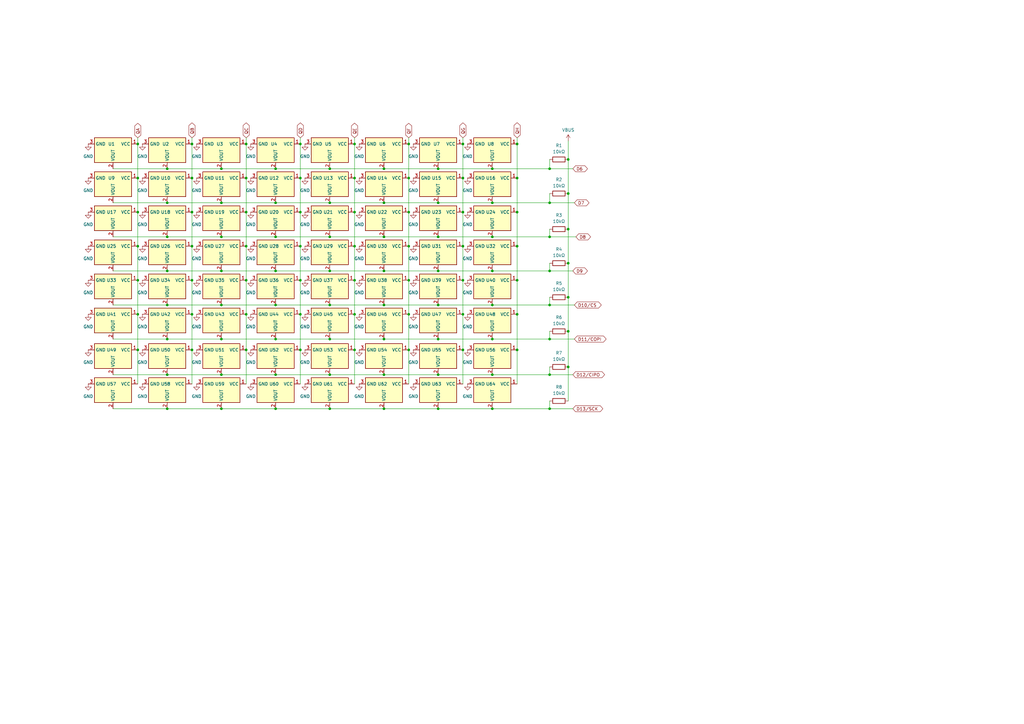
<source format=kicad_sch>
(kicad_sch (version 20250114) (generator "eeschema") (generator_version "9.0")
  (paper "A3")
  (lib_symbols
    (symbol "Device:R" (pin_numbers (hide yes)) (pin_names (offset 0))
      (property "Reference" "R" (at 2.032 0 90))
      (property "Value" "R" (at 0 0 90))
      (symbol "R_1_1"
        (pin passive line (at 0 3.81 270) (length 1.27) (name "~") (number "1"))
        (pin passive line (at 0 -3.81 90) (length 1.27) (name "~") (number "2"))
      )
    )
    (symbol "Sensor_Magnetic:A1101ELHL"
      (property "Reference" "U" (at 0 11.43 0))
      (property "Value" "A1101ELHL" (at 0 8.89 0))
      (symbol "A1101ELHL_1_1"
        (pin power_in line (at -2.54 10.16 270) (length 2.54) (name "VCC") (number "1"))
        (pin power_in line (at -2.54 -10.16 90) (length 2.54) (name "GND") (number "3"))
        (pin open_collector line (at 7.62 0 180) (length 2.54) (name "VOUT") (number "2"))
      )
    )
    (symbol "power:GND" (power) (pin_numbers (hide yes)) (pin_names (offset 0) (hide yes))
      (property "Value" "GND" (at 0 -3.81 0))
      (symbol "GND_1_1"
        (pin power_in line (at 0 0 270) (length 0) (name "~") (number "1"))
      )
    )
    (symbol "power:VBUS" (power) (pin_numbers (hide yes)) (pin_names (offset 0) (hide yes))
      (property "Value" "VBUS" (at 0 3.556 0))
      (symbol "VBUS_1_1"
        (pin power_in line (at 0 0 90) (length 0) (name "~") (number "1"))
      )
    )
  )
  (junction (at 113.03 139.065))
  (junction (at 68.58 139.065))
  (junction (at 212.09 114.935))
  (junction (at 90.805 167.64))
  (junction (at 145.415 143.51))
  (junction (at 56.515 86.995))
  (junction (at 90.805 125.095))
  (junction (at 135.255 153.67))
  (junction (at 201.93 153.67))
  (junction (at 100.965 100.965))
  (junction (at 157.48 83.185))
  (junction (at 233.045 121.92))
  (junction (at 90.805 69.215))
  (junction (at 135.255 69.215))
  (junction (at 167.64 100.965))
  (junction (at 145.415 114.935))
  (junction (at 233.045 150.495))
  (junction (at 225.425 83.185))
  (junction (at 123.19 100.965))
  (junction (at 135.255 83.185))
  (junction (at 167.64 86.995))
  (junction (at 201.93 139.065))
  (junction (at 100.965 73.025))
  (junction (at 233.045 135.89))
  (junction (at 78.74 100.965))
  (junction (at 135.255 139.065))
  (junction (at 201.93 83.185))
  (junction (at 145.415 100.965))
  (junction (at 212.09 86.995))
  (junction (at 78.74 143.51))
  (junction (at 201.93 125.095))
  (junction (at 157.48 167.64))
  (junction (at 56.515 114.935))
  (junction (at 135.255 167.64))
  (junction (at 189.865 128.905))
  (junction (at 123.19 59.055))
  (junction (at 123.19 128.905))
  (junction (at 123.19 143.51))
  (junction (at 100.965 114.935))
  (junction (at 68.58 97.155))
  (junction (at 56.515 128.905))
  (junction (at 201.93 111.125))
  (junction (at 212.09 128.905))
  (junction (at 113.03 69.215))
  (junction (at 113.03 111.125))
  (junction (at 68.58 125.095))
  (junction (at 145.415 59.055))
  (junction (at 157.48 97.155))
  (junction (at 179.705 139.065))
  (junction (at 179.705 167.64))
  (junction (at 123.19 114.935))
  (junction (at 145.415 73.025))
  (junction (at 145.415 86.995))
  (junction (at 225.425 111.125))
  (junction (at 233.045 65.405))
  (junction (at 56.515 100.965))
  (junction (at 189.865 143.51))
  (junction (at 157.48 139.065))
  (junction (at 179.705 97.155))
  (junction (at 56.515 59.055))
  (junction (at 123.19 73.025))
  (junction (at 179.705 111.125))
  (junction (at 78.74 73.025))
  (junction (at 113.03 97.155))
  (junction (at 90.805 111.125))
  (junction (at 225.425 125.095))
  (junction (at 56.515 143.51))
  (junction (at 212.09 59.055))
  (junction (at 56.515 73.025))
  (junction (at 167.64 114.935))
  (junction (at 167.64 128.905))
  (junction (at 68.58 167.64))
  (junction (at 167.64 59.055))
  (junction (at 68.58 153.67))
  (junction (at 189.865 114.935))
  (junction (at 113.03 153.67))
  (junction (at 201.93 167.64))
  (junction (at 135.255 125.095))
  (junction (at 157.48 153.67))
  (junction (at 157.48 125.095))
  (junction (at 167.64 143.51))
  (junction (at 179.705 153.67))
  (junction (at 90.805 153.67))
  (junction (at 68.58 69.215))
  (junction (at 90.805 97.155))
  (junction (at 113.03 167.64))
  (junction (at 212.09 73.025))
  (junction (at 201.93 97.155))
  (junction (at 179.705 69.215))
  (junction (at 225.425 153.67))
  (junction (at 157.48 111.125))
  (junction (at 189.865 59.055))
  (junction (at 189.865 73.025))
  (junction (at 100.965 143.51))
  (junction (at 233.045 79.375))
  (junction (at 113.03 83.185))
  (junction (at 212.09 143.51))
  (junction (at 189.865 86.995))
  (junction (at 90.805 139.065))
  (junction (at 212.09 100.965))
  (junction (at 78.74 86.995))
  (junction (at 225.425 139.065))
  (junction (at 225.425 97.155))
  (junction (at 179.705 125.095))
  (junction (at 78.74 59.055))
  (junction (at 167.64 73.025))
  (junction (at 123.19 86.995))
  (junction (at 68.58 111.125))
  (junction (at 113.03 125.095))
  (junction (at 201.93 69.215))
  (junction (at 145.415 128.905))
  (junction (at 189.865 100.965))
  (junction (at 90.805 83.185))
  (junction (at 135.255 111.125))
  (junction (at 233.045 107.95))
  (junction (at 100.965 128.905))
  (junction (at 100.965 59.055))
  (junction (at 233.045 93.98))
  (junction (at 157.48 69.215))
  (junction (at 135.255 97.155))
  (junction (at 100.965 86.995))
  (junction (at 78.74 114.935))
  (junction (at 179.705 83.185))
  (junction (at 225.425 167.64))
  (junction (at 225.425 69.215))
  (junction (at 68.58 83.185))
  (junction (at 78.74 128.905))
  (wire (pts (xy 100.965 114.935) (xy 100.965 128.905)))
  (wire (pts (xy 157.48 139.065) (xy 179.705 139.065)))
  (wire (pts (xy 212.09 114.935) (xy 212.09 128.905)))
  (wire (pts (xy 167.64 100.965) (xy 167.64 114.935)))
  (wire (pts (xy 135.255 167.64) (xy 157.48 167.64)))
  (wire (pts (xy 113.03 167.64) (xy 135.255 167.64)))
  (wire (pts (xy 100.965 73.025) (xy 100.965 86.995)))
  (wire (pts (xy 145.415 128.905) (xy 145.415 143.51)))
  (wire (pts (xy 145.415 73.025) (xy 145.415 86.995)))
  (wire (pts (xy 113.03 139.065) (xy 135.255 139.065)))
  (wire (pts (xy 212.09 56.515) (xy 212.09 59.055)))
  (wire (pts (xy 225.425 65.405) (xy 225.425 69.215)))
  (wire (pts (xy 189.865 73.025) (xy 189.865 86.995)))
  (wire (pts (xy 135.255 153.67) (xy 157.48 153.67)))
  (wire (pts (xy 46.355 125.095) (xy 68.58 125.095)))
  (wire (pts (xy 78.74 56.515) (xy 78.74 59.055)))
  (wire (pts (xy 201.93 69.215) (xy 225.425 69.215)))
  (wire (pts (xy 123.19 100.965) (xy 123.19 114.935)))
  (wire (pts (xy 145.415 56.515) (xy 145.415 59.055)))
  (wire (pts (xy 78.74 73.025) (xy 78.74 86.995)))
  (wire (pts (xy 225.425 164.465) (xy 225.425 167.64)))
  (wire (pts (xy 201.93 167.64) (xy 225.425 167.64)))
  (wire (pts (xy 135.255 97.155) (xy 157.48 97.155)))
  (wire (pts (xy 212.09 59.055) (xy 212.09 73.025)))
  (wire (pts (xy 189.865 56.515) (xy 189.865 59.055)))
  (wire (pts (xy 78.74 143.51) (xy 78.74 157.48)))
  (wire (pts (xy 234.95 111.125) (xy 225.425 111.125)))
  (wire (pts (xy 212.09 128.905) (xy 212.09 143.51)))
  (wire (pts (xy 90.805 69.215) (xy 113.03 69.215)))
  (wire (pts (xy 78.74 128.905) (xy 78.74 143.51)))
  (wire (pts (xy 234.95 69.215) (xy 225.425 69.215)))
  (wire (pts (xy 123.19 114.935) (xy 123.19 128.905)))
  (wire (pts (xy 179.705 69.215) (xy 201.93 69.215)))
  (wire (pts (xy 167.64 128.905) (xy 167.64 143.51)))
  (wire (pts (xy 234.95 153.67) (xy 225.425 153.67)))
  (wire (pts (xy 235.585 125.095) (xy 225.425 125.095)))
  (wire (pts (xy 201.93 139.065) (xy 225.425 139.065)))
  (wire (pts (xy 90.805 167.64) (xy 113.03 167.64)))
  (wire (pts (xy 68.58 139.065) (xy 90.805 139.065)))
  (wire (pts (xy 157.48 69.215) (xy 179.705 69.215)))
  (wire (pts (xy 201.93 97.155) (xy 225.425 97.155)))
  (wire (pts (xy 145.415 59.055) (xy 145.415 73.025)))
  (wire (pts (xy 225.425 93.98) (xy 225.425 97.155)))
  (wire (pts (xy 56.515 59.055) (xy 56.515 73.025)))
  (wire (pts (xy 113.03 125.095) (xy 135.255 125.095)))
  (wire (pts (xy 225.425 150.495) (xy 225.425 153.67)))
  (wire (pts (xy 56.515 56.515) (xy 56.515 59.055)))
  (wire (pts (xy 189.865 143.51) (xy 189.865 157.48)))
  (wire (pts (xy 78.74 114.935) (xy 78.74 128.905)))
  (wire (pts (xy 167.64 59.055) (xy 167.64 73.025)))
  (wire (pts (xy 189.865 59.055) (xy 189.865 73.025)))
  (wire (pts (xy 225.425 139.065) (xy 235.585 139.065)))
  (wire (pts (xy 212.09 73.025) (xy 212.09 86.995)))
  (wire (pts (xy 123.19 59.055) (xy 123.19 73.025)))
  (wire (pts (xy 157.48 83.185) (xy 179.705 83.185)))
  (wire (pts (xy 225.425 107.95) (xy 225.425 111.125)))
  (wire (pts (xy 100.965 86.995) (xy 100.965 100.965)))
  (wire (pts (xy 167.64 73.025) (xy 167.64 86.995)))
  (wire (pts (xy 56.515 114.935) (xy 56.515 128.905)))
  (wire (pts (xy 225.425 121.92) (xy 225.425 125.095)))
  (wire (pts (xy 68.58 83.185) (xy 90.805 83.185)))
  (wire (pts (xy 201.93 83.185) (xy 225.425 83.185)))
  (wire (pts (xy 135.255 83.185) (xy 157.48 83.185)))
  (wire (pts (xy 135.255 69.215) (xy 157.48 69.215)))
  (wire (pts (xy 78.74 59.055) (xy 78.74 73.025)))
  (wire (pts (xy 236.22 97.155) (xy 225.425 97.155)))
  (wire (pts (xy 46.355 139.065) (xy 68.58 139.065)))
  (wire (pts (xy 233.045 57.785) (xy 233.045 65.405)))
  (wire (pts (xy 179.705 97.155) (xy 201.93 97.155)))
  (wire (pts (xy 68.58 111.125) (xy 90.805 111.125)))
  (wire (pts (xy 135.255 139.065) (xy 157.48 139.065)))
  (wire (pts (xy 68.58 97.155) (xy 90.805 97.155)))
  (wire (pts (xy 56.515 128.905) (xy 56.515 143.51)))
  (wire (pts (xy 123.19 86.995) (xy 123.19 100.965)))
  (wire (pts (xy 90.805 83.185) (xy 113.03 83.185)))
  (wire (pts (xy 46.355 167.64) (xy 68.58 167.64)))
  (wire (pts (xy 145.415 143.51) (xy 145.415 157.48)))
  (wire (pts (xy 233.045 135.89) (xy 233.045 150.495)))
  (wire (pts (xy 123.19 143.51) (xy 123.19 157.48)))
  (wire (pts (xy 201.93 125.095) (xy 225.425 125.095)))
  (wire (pts (xy 123.19 56.515) (xy 123.19 59.055)))
  (wire (pts (xy 233.045 93.98) (xy 233.045 107.95)))
  (wire (pts (xy 225.425 135.89) (xy 225.425 139.065)))
  (wire (pts (xy 179.705 139.065) (xy 201.93 139.065)))
  (wire (pts (xy 189.865 100.965) (xy 189.865 114.935)))
  (wire (pts (xy 233.045 65.405) (xy 233.045 79.375)))
  (wire (pts (xy 113.03 153.67) (xy 135.255 153.67)))
  (wire (pts (xy 46.355 69.215) (xy 68.58 69.215)))
  (wire (pts (xy 189.865 114.935) (xy 189.865 128.905)))
  (wire (pts (xy 90.805 125.095) (xy 113.03 125.095)))
  (wire (pts (xy 113.03 83.185) (xy 135.255 83.185)))
  (wire (pts (xy 179.705 83.185) (xy 201.93 83.185)))
  (wire (pts (xy 145.415 114.935) (xy 145.415 128.905)))
  (wire (pts (xy 90.805 97.155) (xy 113.03 97.155)))
  (wire (pts (xy 157.48 125.095) (xy 179.705 125.095)))
  (wire (pts (xy 167.64 56.515) (xy 167.64 59.055)))
  (wire (pts (xy 56.515 73.025) (xy 56.515 86.995)))
  (wire (pts (xy 135.255 125.095) (xy 157.48 125.095)))
  (wire (pts (xy 179.705 167.64) (xy 201.93 167.64)))
  (wire (pts (xy 90.805 111.125) (xy 113.03 111.125)))
  (wire (pts (xy 78.74 100.965) (xy 78.74 114.935)))
  (wire (pts (xy 189.865 86.995) (xy 189.865 100.965)))
  (wire (pts (xy 113.03 111.125) (xy 135.255 111.125)))
  (wire (pts (xy 123.19 128.905) (xy 123.19 143.51)))
  (wire (pts (xy 46.355 153.67) (xy 68.58 153.67)))
  (wire (pts (xy 68.58 125.095) (xy 90.805 125.095)))
  (wire (pts (xy 123.19 73.025) (xy 123.19 86.995)))
  (wire (pts (xy 145.415 86.995) (xy 145.415 100.965)))
  (wire (pts (xy 46.355 111.125) (xy 68.58 111.125)))
  (wire (pts (xy 201.93 153.67) (xy 225.425 153.67)))
  (wire (pts (xy 212.09 100.965) (xy 212.09 114.935)))
  (wire (pts (xy 78.74 86.995) (xy 78.74 100.965)))
  (wire (pts (xy 157.48 97.155) (xy 179.705 97.155)))
  (wire (pts (xy 157.48 111.125) (xy 179.705 111.125)))
  (wire (pts (xy 189.865 128.905) (xy 189.865 143.51)))
  (wire (pts (xy 167.64 143.51) (xy 167.64 157.48)))
  (wire (pts (xy 225.425 83.185) (xy 235.585 83.185)))
  (wire (pts (xy 46.355 97.155) (xy 68.58 97.155)))
  (wire (pts (xy 179.705 153.67) (xy 201.93 153.67)))
  (wire (pts (xy 233.045 150.495) (xy 233.045 164.465)))
  (wire (pts (xy 68.58 69.215) (xy 90.805 69.215)))
  (wire (pts (xy 56.515 143.51) (xy 56.515 157.48)))
  (wire (pts (xy 212.09 143.51) (xy 212.09 157.48)))
  (wire (pts (xy 167.64 114.935) (xy 167.64 128.905)))
  (wire (pts (xy 68.58 167.64) (xy 90.805 167.64)))
  (wire (pts (xy 233.045 121.92) (xy 233.045 135.89)))
  (wire (pts (xy 167.64 86.995) (xy 167.64 100.965)))
  (wire (pts (xy 90.805 153.67) (xy 113.03 153.67)))
  (wire (pts (xy 212.09 86.995) (xy 212.09 100.965)))
  (wire (pts (xy 113.03 97.155) (xy 135.255 97.155)))
  (wire (pts (xy 225.425 79.375) (xy 225.425 83.185)))
  (wire (pts (xy 56.515 86.995) (xy 56.515 100.965)))
  (wire (pts (xy 68.58 153.67) (xy 90.805 153.67)))
  (wire (pts (xy 179.705 125.095) (xy 201.93 125.095)))
  (wire (pts (xy 179.705 111.125) (xy 201.93 111.125)))
  (wire (pts (xy 201.93 111.125) (xy 225.425 111.125)))
  (wire (pts (xy 100.965 56.515) (xy 100.965 59.055)))
  (wire (pts (xy 100.965 128.905) (xy 100.965 143.51)))
  (wire (pts (xy 157.48 153.67) (xy 179.705 153.67)))
  (wire (pts (xy 100.965 143.51) (xy 100.965 157.48)))
  (wire (pts (xy 56.515 100.965) (xy 56.515 114.935)))
  (wire (pts (xy 225.425 167.64) (xy 234.95 167.64)))
  (wire (pts (xy 145.415 100.965) (xy 145.415 114.935)))
  (wire (pts (xy 233.045 107.95) (xy 233.045 121.92)))
  (wire (pts (xy 135.255 111.125) (xy 157.48 111.125)))
  (wire (pts (xy 233.045 79.375) (xy 233.045 93.98)))
  (wire (pts (xy 113.03 69.215) (xy 135.255 69.215)))
  (wire (pts (xy 100.965 100.965) (xy 100.965 114.935)))
  (wire (pts (xy 100.965 59.055) (xy 100.965 73.025)))
  (wire (pts (xy 90.805 139.065) (xy 113.03 139.065)))
  (wire (pts (xy 157.48 167.64) (xy 179.705 167.64)))
  (wire (pts (xy 46.355 83.185) (xy 68.58 83.185)))
  (global_label "D10/CS" (shape bidirectional) (at 235.585 125.095 0) (property "Intersheetrefs" "${INTERSHEET_REFS}" (effects (hide yes))))
  (global_label "QA" (shape tri_state) (at 56.515 56.515 90) (property "Intersheetrefs" "${INTERSHEET_REFS}" (effects (hide yes))))
  (global_label "D9" (shape bidirectional) (at 234.95 111.125 0) (property "Intersheetrefs" "${INTERSHEET_REFS}" (effects (hide yes))))
  (global_label "QC" (shape tri_state) (at 100.965 56.515 90) (property "Intersheetrefs" "${INTERSHEET_REFS}" (effects (hide yes))))
  (global_label "QD" (shape tri_state) (at 123.19 56.515 90) (property "Intersheetrefs" "${INTERSHEET_REFS}" (effects (hide yes))))
  (global_label "D13/SCK" (shape bidirectional) (at 234.95 167.64 0) (property "Intersheetrefs" "${INTERSHEET_REFS}" (effects (hide yes))))
  (global_label "QG" (shape tri_state) (at 189.865 56.515 90) (property "Intersheetrefs" "${INTERSHEET_REFS}" (effects (hide yes))))
  (global_label "QH" (shape tri_state) (at 212.09 56.515 90) (property "Intersheetrefs" "${INTERSHEET_REFS}" (effects (hide yes))))
  (global_label "D12/CIPO" (shape bidirectional) (at 234.95 153.67 0) (property "Intersheetrefs" "${INTERSHEET_REFS}" (effects (hide yes))))
  (global_label "D11/COPI" (shape bidirectional) (at 235.585 139.065 0) (property "Intersheetrefs" "${INTERSHEET_REFS}" (effects (hide yes))))
  (global_label "D7" (shape bidirectional) (at 235.585 83.185 0) (property "Intersheetrefs" "${INTERSHEET_REFS}" (effects (hide yes))))
  (global_label "D8" (shape bidirectional) (at 236.22 97.155 0) (property "Intersheetrefs" "${INTERSHEET_REFS}" (effects (hide yes))))
  (global_label "QE" (shape tri_state) (at 145.415 56.515 90) (property "Intersheetrefs" "${INTERSHEET_REFS}" (effects (hide yes))))
  (global_label "QF" (shape tri_state) (at 167.64 56.515 90) (property "Intersheetrefs" "${INTERSHEET_REFS}" (effects (hide yes))))
  (global_label "D6" (shape bidirectional) (at 234.95 69.215 0) (property "Intersheetrefs" "${INTERSHEET_REFS}" (effects (hide yes))))
  (global_label "QB" (shape tri_state) (at 78.74 56.515 90) (property "Intersheetrefs" "${INTERSHEET_REFS}" (effects (hide yes))))
  (symbol (lib_id "Sensor_Magnetic:A1101ELHL") (at 179.705 89.535 270) (unit 1)
    (property "Reference" "U23" (at 179.07 86.995 90))
    (property "Value" "A3144E" (effects (hide yes)))
    (property "Footprint" "Package_TO_SOT_SMD:SOT-23" (effects (hide yes)))
    (property "Description" "Hall effect switch, unipolar, Bop=100G, Brp=45G, -40C to +85C, SOT-23W" (effects (hide yes)))
  )
  (symbol (lib_id "Sensor_Magnetic:A1101ELHL") (at 157.48 61.595 270) (unit 1)
    (property "Reference" "U6" (at 156.845 59.055 90))
    (property "Value" "A3144E" (effects (hide yes)))
    (property "Footprint" "Package_TO_SOT_SMD:SOT-23" (effects (hide yes)))
    (property "Description" "Hall effect switch, unipolar, Bop=100G, Brp=45G, -40C to +85C, SOT-23W" (effects (hide yes)))
  )
  (symbol (lib_id "power:GND") (at 102.87 128.905 0) (unit 1)
    (property "Reference" "#PWR54" (effects (hide yes)))
    (property "Value" "GND" (at 102.87 133.985 0))
    (property "Description" "Power symbol creates a global label with name \"GND\" , ground" (effects (hide yes)))
  )
  (symbol (lib_id "Sensor_Magnetic:A1101ELHL") (at 46.355 103.505 270) (unit 1)
    (property "Reference" "U25" (at 45.72 100.965 90))
    (property "Value" "A3144E" (effects (hide yes)))
    (property "Footprint" "Package_TO_SOT_SMD:SOT-23" (effects (hide yes)))
    (property "Description" "Hall effect switch, unipolar, Bop=100G, Brp=45G, -40C to +85C, SOT-23W" (effects (hide yes)))
  )
  (symbol (lib_id "power:GND") (at 125.095 73.025 0) (unit 1)
    (property "Reference" "#PWR23" (effects (hide yes)))
    (property "Value" "GND" (at 125.095 78.105 0))
    (property "Description" "Power symbol creates a global label with name \"GND\" , ground" (effects (hide yes)))
  )
  (symbol (lib_id "power:GND") (at 102.87 143.51 0) (unit 1)
    (property "Reference" "#PWR62" (effects (hide yes)))
    (property "Value" "GND" (at 102.87 148.59 0))
    (property "Description" "Power symbol creates a global label with name \"GND\" , ground" (effects (hide yes)))
  )
  (symbol (lib_id "Device:R") (at 229.235 164.465 90) (unit 1)
    (property "Reference" "R8" (at 229.235 158.75 90))
    (property "Value" "10kΩ" (at 229.235 161.29 90))
    (property "Footprint" "Resistor_SMD:R_0805_2012Metric" (effects (hide yes)))
    (property "Description" "Resistor" (effects (hide yes)))
  )
  (symbol (lib_id "power:GND") (at 58.42 73.025 0) (unit 1)
    (property "Reference" "#PWR20" (effects (hide yes)))
    (property "Value" "GND" (at 58.42 78.105 0))
    (property "Description" "Power symbol creates a global label with name \"GND\" , ground" (effects (hide yes)))
  )
  (symbol (lib_id "power:GND") (at 147.32 86.995 0) (unit 1)
    (property "Reference" "#PWR32" (effects (hide yes)))
    (property "Value" "GND" (at 147.32 92.075 0))
    (property "Description" "Power symbol creates a global label with name \"GND\" , ground" (effects (hide yes)))
  )
  (symbol (lib_id "Sensor_Magnetic:A1101ELHL") (at 68.58 146.05 270) (unit 1)
    (property "Reference" "U50" (at 67.945 143.51 90))
    (property "Value" "A3144E" (effects (hide yes)))
    (property "Footprint" "Package_TO_SOT_SMD:SOT-23" (effects (hide yes)))
    (property "Description" "Hall effect switch, unipolar, Bop=100G, Brp=45G, -40C to +85C, SOT-23W" (effects (hide yes)))
  )
  (symbol (lib_id "power:GND") (at 191.77 157.48 0) (unit 1)
    (property "Reference" "#PWR74" (effects (hide yes)))
    (property "Value" "GND" (at 191.77 162.56 0))
    (property "Description" "Power symbol creates a global label with name \"GND\" , ground" (effects (hide yes)))
  )
  (symbol (lib_id "power:GND") (at 58.42 128.905 0) (unit 1)
    (property "Reference" "#PWR52" (effects (hide yes)))
    (property "Value" "GND" (at 58.42 133.985 0))
    (property "Description" "Power symbol creates a global label with name \"GND\" , ground" (effects (hide yes)))
  )
  (symbol (lib_id "Sensor_Magnetic:A1101ELHL") (at 135.255 160.02 270) (unit 1)
    (property "Reference" "U61" (at 134.62 157.48 90))
    (property "Value" "A3144E" (effects (hide yes)))
    (property "Footprint" "Package_TO_SOT_SMD:SOT-23" (effects (hide yes)))
    (property "Description" "Hall effect switch, unipolar, Bop=100G, Brp=45G, -40C to +85C, SOT-23W" (effects (hide yes)))
  )
  (symbol (lib_id "Sensor_Magnetic:A1101ELHL") (at 135.255 117.475 270) (unit 1)
    (property "Reference" "U37" (at 134.62 114.935 90))
    (property "Value" "A3144E" (effects (hide yes)))
    (property "Footprint" "Package_TO_SOT_SMD:SOT-23" (effects (hide yes)))
    (property "Description" "Hall effect switch, unipolar, Bop=100G, Brp=45G, -40C to +85C, SOT-23W" (effects (hide yes)))
  )
  (symbol (lib_id "power:GND") (at 125.095 128.905 0) (unit 1)
    (property "Reference" "#PWR55" (effects (hide yes)))
    (property "Value" "GND" (at 125.095 133.985 0))
    (property "Description" "Power symbol creates a global label with name \"GND\" , ground" (effects (hide yes)))
  )
  (symbol (lib_id "Sensor_Magnetic:A1101ELHL") (at 68.58 103.505 270) (unit 1)
    (property "Reference" "U26" (at 67.945 100.965 90))
    (property "Value" "A3144E" (effects (hide yes)))
    (property "Footprint" "Package_TO_SOT_SMD:SOT-23" (effects (hide yes)))
    (property "Description" "Hall effect switch, unipolar, Bop=100G, Brp=45G, -40C to +85C, SOT-23W" (effects (hide yes)))
  )
  (symbol (lib_id "power:GND") (at 191.77 100.965 0) (unit 1)
    (property "Reference" "#PWR42" (effects (hide yes)))
    (property "Value" "GND" (at 191.77 106.045 0))
    (property "Description" "Power symbol creates a global label with name \"GND\" , ground" (effects (hide yes)))
  )
  (symbol (lib_id "Sensor_Magnetic:A1101ELHL") (at 179.705 61.595 270) (unit 1)
    (property "Reference" "U7" (at 179.07 59.055 90))
    (property "Value" "A3144E" (effects (hide yes)))
    (property "Footprint" "Package_TO_SOT_SMD:SOT-23" (effects (hide yes)))
    (property "Description" "Hall effect switch, unipolar, Bop=100G, Brp=45G, -40C to +85C, SOT-23W" (effects (hide yes)))
  )
  (symbol (lib_id "Sensor_Magnetic:A1101ELHL") (at 68.58 117.475 270) (unit 1)
    (property "Reference" "U34" (at 67.945 114.935 90))
    (property "Value" "A3144E" (effects (hide yes)))
    (property "Footprint" "Package_TO_SOT_SMD:SOT-23" (effects (hide yes)))
    (property "Description" "Hall effect switch, unipolar, Bop=100G, Brp=45G, -40C to +85C, SOT-23W" (effects (hide yes)))
  )
  (symbol (lib_id "Sensor_Magnetic:A1101ELHL") (at 201.93 103.505 270) (unit 1)
    (property "Reference" "U32" (at 201.295 100.965 90))
    (property "Value" "A3144E" (effects (hide yes)))
    (property "Footprint" "Package_TO_SOT_SMD:SOT-23" (effects (hide yes)))
    (property "Description" "Hall effect switch, unipolar, Bop=100G, Brp=45G, -40C to +85C, SOT-23W" (effects (hide yes)))
  )
  (symbol (lib_id "power:GND") (at 169.545 128.905 0) (unit 1)
    (property "Reference" "#PWR57" (effects (hide yes)))
    (property "Value" "GND" (at 169.545 133.985 0))
    (property "Description" "Power symbol creates a global label with name \"GND\" , ground" (effects (hide yes)))
  )
  (symbol (lib_id "power:GND") (at 147.32 157.48 0) (unit 1)
    (property "Reference" "#PWR72" (effects (hide yes)))
    (property "Value" "GND" (at 147.32 162.56 0))
    (property "Description" "Power symbol creates a global label with name \"GND\" , ground" (effects (hide yes)))
  )
  (symbol (lib_id "Device:R") (at 229.235 121.92 90) (unit 1)
    (property "Reference" "R5" (at 229.235 116.205 90))
    (property "Value" "10kΩ" (at 229.235 118.745 90))
    (property "Footprint" "Resistor_SMD:R_0805_2012Metric" (effects (hide yes)))
    (property "Description" "Resistor" (effects (hide yes)))
  )
  (symbol (lib_id "power:GND") (at 169.545 143.51 0) (unit 1)
    (property "Reference" "#PWR65" (effects (hide yes)))
    (property "Value" "GND" (at 169.545 148.59 0))
    (property "Description" "Power symbol creates a global label with name \"GND\" , ground" (effects (hide yes)))
  )
  (symbol (lib_id "power:GND") (at 147.32 73.025 0) (unit 1)
    (property "Reference" "#PWR24" (effects (hide yes)))
    (property "Value" "GND" (at 147.32 78.105 0))
    (property "Description" "Power symbol creates a global label with name \"GND\" , ground" (effects (hide yes)))
  )
  (symbol (lib_id "Sensor_Magnetic:A1101ELHL") (at 46.355 117.475 270) (unit 1)
    (property "Reference" "U33" (at 45.72 114.935 90))
    (property "Value" "A3144E" (effects (hide yes)))
    (property "Footprint" "Package_TO_SOT_SMD:SOT-23" (effects (hide yes)))
    (property "Description" "Hall effect switch, unipolar, Bop=100G, Brp=45G, -40C to +85C, SOT-23W" (effects (hide yes)))
  )
  (symbol (lib_id "power:GND") (at 58.42 100.965 0) (unit 1)
    (property "Reference" "#PWR36" (effects (hide yes)))
    (property "Value" "GND" (at 58.42 106.045 0))
    (property "Description" "Power symbol creates a global label with name \"GND\" , ground" (effects (hide yes)))
  )
  (symbol (lib_id "power:GND") (at 169.545 100.965 0) (unit 1)
    (property "Reference" "#PWR41" (effects (hide yes)))
    (property "Value" "GND" (at 169.545 106.045 0))
    (property "Description" "Power symbol creates a global label with name \"GND\" , ground" (effects (hide yes)))
  )
  (symbol (lib_id "Sensor_Magnetic:A1101ELHL") (at 179.705 146.05 270) (unit 1)
    (property "Reference" "U55" (at 179.07 143.51 90))
    (property "Value" "A3144E" (effects (hide yes)))
    (property "Footprint" "Package_TO_SOT_SMD:SOT-23" (effects (hide yes)))
    (property "Description" "Hall effect switch, unipolar, Bop=100G, Brp=45G, -40C to +85C, SOT-23W" (effects (hide yes)))
  )
  (symbol (lib_id "Sensor_Magnetic:A1101ELHL") (at 68.58 61.595 270) (unit 1)
    (property "Reference" "U2" (at 67.945 59.055 90))
    (property "Value" "A3144E" (effects (hide yes)))
    (property "Footprint" "Package_TO_SOT_SMD:SOT-23" (effects (hide yes)))
    (property "Description" "Hall effect switch, unipolar, Bop=100G, Brp=45G, -40C to +85C, SOT-23W" (effects (hide yes)))
  )
  (symbol (lib_id "Sensor_Magnetic:A1101ELHL") (at 113.03 103.505 270) (unit 1)
    (property "Reference" "U28" (at 112.395 100.965 90))
    (property "Value" "A3144E" (effects (hide yes)))
    (property "Footprint" "Package_TO_SOT_SMD:SOT-23" (effects (hide yes)))
    (property "Description" "Hall effect switch, unipolar, Bop=100G, Brp=45G, -40C to +85C, SOT-23W" (effects (hide yes)))
  )
  (symbol (lib_id "power:GND") (at 58.42 86.995 0) (unit 1)
    (property "Reference" "#PWR28" (effects (hide yes)))
    (property "Value" "GND" (at 58.42 92.075 0))
    (property "Description" "Power symbol creates a global label with name \"GND\" , ground" (effects (hide yes)))
  )
  (symbol (lib_id "Sensor_Magnetic:A1101ELHL") (at 135.255 103.505 270) (unit 1)
    (property "Reference" "U29" (at 134.62 100.965 90))
    (property "Value" "A3144E" (effects (hide yes)))
    (property "Footprint" "Package_TO_SOT_SMD:SOT-23" (effects (hide yes)))
    (property "Description" "Hall effect switch, unipolar, Bop=100G, Brp=45G, -40C to +85C, SOT-23W" (effects (hide yes)))
  )
  (symbol (lib_id "Sensor_Magnetic:A1101ELHL") (at 201.93 160.02 270) (unit 1)
    (property "Reference" "U64" (at 201.295 157.48 90))
    (property "Value" "A3144E" (effects (hide yes)))
    (property "Footprint" "Package_TO_SOT_SMD:SOT-23" (effects (hide yes)))
    (property "Description" "Hall effect switch, unipolar, Bop=100G, Brp=45G, -40C to +85C, SOT-23W" (effects (hide yes)))
  )
  (symbol (lib_id "power:GND") (at 191.77 86.995 0) (unit 1)
    (property "Reference" "#PWR34" (effects (hide yes)))
    (property "Value" "GND" (at 191.77 92.075 0))
    (property "Description" "Power symbol creates a global label with name \"GND\" , ground" (effects (hide yes)))
  )
  (symbol (lib_id "Sensor_Magnetic:A1101ELHL") (at 113.03 89.535 270) (unit 1)
    (property "Reference" "U20" (at 112.395 86.995 90))
    (property "Value" "A3144E" (effects (hide yes)))
    (property "Footprint" "Package_TO_SOT_SMD:SOT-23" (effects (hide yes)))
    (property "Description" "Hall effect switch, unipolar, Bop=100G, Brp=45G, -40C to +85C, SOT-23W" (effects (hide yes)))
  )
  (symbol (lib_id "Sensor_Magnetic:A1101ELHL") (at 113.03 75.565 270) (unit 1)
    (property "Reference" "U12" (at 112.395 73.025 90))
    (property "Value" "A3144E" (effects (hide yes)))
    (property "Footprint" "Package_TO_SOT_SMD:SOT-23" (effects (hide yes)))
    (property "Description" "Hall effect switch, unipolar, Bop=100G, Brp=45G, -40C to +85C, SOT-23W" (effects (hide yes)))
  )
  (symbol (lib_id "power:GND") (at 125.095 114.935 0) (unit 1)
    (property "Reference" "#PWR47" (effects (hide yes)))
    (property "Value" "GND" (at 125.095 120.015 0))
    (property "Description" "Power symbol creates a global label with name \"GND\" , ground" (effects (hide yes)))
  )
  (symbol (lib_id "power:GND") (at 102.87 157.48 0) (unit 1)
    (property "Reference" "#PWR70" (effects (hide yes)))
    (property "Value" "GND" (at 102.87 162.56 0))
    (property "Description" "Power symbol creates a global label with name \"GND\" , ground" (effects (hide yes)))
  )
  (symbol (lib_id "power:GND") (at 191.77 143.51 0) (unit 1)
    (property "Reference" "#PWR66" (effects (hide yes)))
    (property "Value" "GND" (at 191.77 148.59 0))
    (property "Description" "Power symbol creates a global label with name \"GND\" , ground" (effects (hide yes)))
  )
  (symbol (lib_id "power:GND") (at 147.32 100.965 0) (unit 1)
    (property "Reference" "#PWR40" (effects (hide yes)))
    (property "Value" "GND" (at 147.32 106.045 0))
    (property "Description" "Power symbol creates a global label with name \"GND\" , ground" (effects (hide yes)))
  )
  (symbol (lib_id "power:GND") (at 147.32 143.51 0) (unit 1)
    (property "Reference" "#PWR64" (effects (hide yes)))
    (property "Value" "GND" (at 147.32 148.59 0))
    (property "Description" "Power symbol creates a global label with name \"GND\" , ground" (effects (hide yes)))
  )
  (symbol (lib_id "Sensor_Magnetic:A1101ELHL") (at 157.48 75.565 270) (unit 1)
    (property "Reference" "U14" (at 156.845 73.025 90))
    (property "Value" "A3144E" (effects (hide yes)))
    (property "Footprint" "Package_TO_SOT_SMD:SOT-23" (effects (hide yes)))
    (property "Description" "Hall effect switch, unipolar, Bop=100G, Brp=45G, -40C to +85C, SOT-23W" (effects (hide yes)))
  )
  (symbol (lib_id "Sensor_Magnetic:A1101ELHL") (at 113.03 160.02 270) (unit 1)
    (property "Reference" "U60" (at 112.395 157.48 90))
    (property "Value" "A3144E" (effects (hide yes)))
    (property "Footprint" "Package_TO_SOT_SMD:SOT-23" (effects (hide yes)))
    (property "Description" "Hall effect switch, unipolar, Bop=100G, Brp=45G, -40C to +85C, SOT-23W" (effects (hide yes)))
  )
  (symbol (lib_id "Sensor_Magnetic:A1101ELHL") (at 157.48 89.535 270) (unit 1)
    (property "Reference" "U22" (at 156.845 86.995 90))
    (property "Value" "A3144E" (effects (hide yes)))
    (property "Footprint" "Package_TO_SOT_SMD:SOT-23" (effects (hide yes)))
    (property "Description" "Hall effect switch, unipolar, Bop=100G, Brp=45G, -40C to +85C, SOT-23W" (effects (hide yes)))
  )
  (symbol (lib_id "Sensor_Magnetic:A1101ELHL") (at 90.805 61.595 270) (unit 1)
    (property "Reference" "U3" (at 90.17 59.055 90))
    (property "Value" "A3144E" (effects (hide yes)))
    (property "Footprint" "Package_TO_SOT_SMD:SOT-23" (effects (hide yes)))
    (property "Description" "Hall effect switch, unipolar, Bop=100G, Brp=45G, -40C to +85C, SOT-23W" (effects (hide yes)))
  )
  (symbol (lib_id "Sensor_Magnetic:A1101ELHL") (at 135.255 146.05 270) (unit 1)
    (property "Reference" "U53" (at 134.62 143.51 90))
    (property "Value" "A3144E" (effects (hide yes)))
    (property "Footprint" "Package_TO_SOT_SMD:SOT-23" (effects (hide yes)))
    (property "Description" "Hall effect switch, unipolar, Bop=100G, Brp=45G, -40C to +85C, SOT-23W" (effects (hide yes)))
  )
  (symbol (lib_id "Sensor_Magnetic:A1101ELHL") (at 201.93 146.05 270) (unit 1)
    (property "Reference" "U56" (at 201.295 143.51 90))
    (property "Value" "A3144E" (effects (hide yes)))
    (property "Footprint" "Package_TO_SOT_SMD:SOT-23" (effects (hide yes)))
    (property "Description" "Hall effect switch, unipolar, Bop=100G, Brp=45G, -40C to +85C, SOT-23W" (effects (hide yes)))
  )
  (symbol (lib_id "Sensor_Magnetic:A1101ELHL") (at 113.03 131.445 270) (unit 1)
    (property "Reference" "U44" (at 112.395 128.905 90))
    (property "Value" "A3144E" (effects (hide yes)))
    (property "Footprint" "Package_TO_SOT_SMD:SOT-23" (effects (hide yes)))
    (property "Description" "Hall effect switch, unipolar, Bop=100G, Brp=45G, -40C to +85C, SOT-23W" (effects (hide yes)))
  )
  (symbol (lib_id "Sensor_Magnetic:A1101ELHL") (at 135.255 89.535 270) (unit 1)
    (property "Reference" "U21" (at 134.62 86.995 90))
    (property "Value" "A3144E" (effects (hide yes)))
    (property "Footprint" "Package_TO_SOT_SMD:SOT-23" (effects (hide yes)))
    (property "Description" "Hall effect switch, unipolar, Bop=100G, Brp=45G, -40C to +85C, SOT-23W" (effects (hide yes)))
  )
  (symbol (lib_id "power:GND") (at 36.195 59.055 0) (unit 1)
    (property "Reference" "#PWR12" (effects (hide yes)))
    (property "Value" "GND" (at 36.195 64.135 0))
    (property "Description" "Power symbol creates a global label with name \"GND\" , ground" (effects (hide yes)))
  )
  (symbol (lib_id "power:GND") (at 191.77 114.935 0) (unit 1)
    (property "Reference" "#PWR50" (effects (hide yes)))
    (property "Value" "GND" (at 191.77 120.015 0))
    (property "Description" "Power symbol creates a global label with name \"GND\" , ground" (effects (hide yes)))
  )
  (symbol (lib_id "Sensor_Magnetic:A1101ELHL") (at 157.48 103.505 270) (unit 1)
    (property "Reference" "U30" (at 156.845 100.965 90))
    (property "Value" "A3144E" (effects (hide yes)))
    (property "Footprint" "Package_TO_SOT_SMD:SOT-23" (effects (hide yes)))
    (property "Description" "Hall effect switch, unipolar, Bop=100G, Brp=45G, -40C to +85C, SOT-23W" (effects (hide yes)))
  )
  (symbol (lib_id "power:GND") (at 102.87 100.965 0) (unit 1)
    (property "Reference" "#PWR38" (effects (hide yes)))
    (property "Value" "GND" (at 102.87 106.045 0))
    (property "Description" "Power symbol creates a global label with name \"GND\" , ground" (effects (hide yes)))
  )
  (symbol (lib_id "power:GND") (at 36.195 73.025 0) (unit 1)
    (property "Reference" "#PWR19" (effects (hide yes)))
    (property "Value" "GND" (at 36.195 78.105 0))
    (property "Description" "Power symbol creates a global label with name \"GND\" , ground" (effects (hide yes)))
  )
  (symbol (lib_id "power:GND") (at 36.195 128.905 0) (unit 1)
    (property "Reference" "#PWR51" (effects (hide yes)))
    (property "Value" "GND" (at 36.195 133.985 0))
    (property "Description" "Power symbol creates a global label with name \"GND\" , ground" (effects (hide yes)))
  )
  (symbol (lib_id "Sensor_Magnetic:A1101ELHL") (at 68.58 160.02 270) (unit 1)
    (property "Reference" "U58" (at 67.945 157.48 90))
    (property "Value" "A3144E" (effects (hide yes)))
    (property "Footprint" "Package_TO_SOT_SMD:SOT-23" (effects (hide yes)))
    (property "Description" "Hall effect switch, unipolar, Bop=100G, Brp=45G, -40C to +85C, SOT-23W" (effects (hide yes)))
  )
  (symbol (lib_id "Sensor_Magnetic:A1101ELHL") (at 46.355 146.05 270) (unit 1)
    (property "Reference" "U49" (at 45.72 143.51 90))
    (property "Value" "A3144E" (effects (hide yes)))
    (property "Footprint" "Package_TO_SOT_SMD:SOT-23" (effects (hide yes)))
    (property "Description" "Hall effect switch, unipolar, Bop=100G, Brp=45G, -40C to +85C, SOT-23W" (effects (hide yes)))
  )
  (symbol (lib_id "power:GND") (at 169.545 86.995 0) (unit 1)
    (property "Reference" "#PWR33" (effects (hide yes)))
    (property "Value" "GND" (at 169.545 92.075 0))
    (property "Description" "Power symbol creates a global label with name \"GND\" , ground" (effects (hide yes)))
  )
  (symbol (lib_id "Sensor_Magnetic:A1101ELHL") (at 46.355 75.565 270) (unit 1)
    (property "Reference" "U9" (at 45.72 73.025 90))
    (property "Value" "A3144E" (effects (hide yes)))
    (property "Footprint" "Package_TO_SOT_SMD:SOT-23" (effects (hide yes)))
    (property "Description" "Hall effect switch, unipolar, Bop=100G, Brp=45G, -40C to +85C, SOT-23W" (effects (hide yes)))
  )
  (symbol (lib_id "power:GND") (at 125.095 143.51 0) (unit 1)
    (property "Reference" "#PWR63" (effects (hide yes)))
    (property "Value" "GND" (at 125.095 148.59 0))
    (property "Description" "Power symbol creates a global label with name \"GND\" , ground" (effects (hide yes)))
  )
  (symbol (lib_id "power:GND") (at 80.645 114.935 0) (unit 1)
    (property "Reference" "#PWR45" (effects (hide yes)))
    (property "Value" "GND" (at 80.645 120.015 0))
    (property "Description" "Power symbol creates a global label with name \"GND\" , ground" (effects (hide yes)))
  )
  (symbol (lib_id "power:GND") (at 80.645 73.025 0) (unit 1)
    (property "Reference" "#PWR21" (effects (hide yes)))
    (property "Value" "GND" (at 80.645 78.105 0))
    (property "Description" "Power symbol creates a global label with name \"GND\" , ground" (effects (hide yes)))
  )
  (symbol (lib_id "Sensor_Magnetic:A1101ELHL") (at 201.93 89.535 270) (unit 1)
    (property "Reference" "U24" (at 201.295 86.995 90))
    (property "Value" "A3144E" (effects (hide yes)))
    (property "Footprint" "Package_TO_SOT_SMD:SOT-23" (effects (hide yes)))
    (property "Description" "Hall effect switch, unipolar, Bop=100G, Brp=45G, -40C to +85C, SOT-23W" (effects (hide yes)))
  )
  (symbol (lib_id "power:GND") (at 169.545 157.48 0) (unit 1)
    (property "Reference" "#PWR73" (effects (hide yes)))
    (property "Value" "GND" (at 169.545 162.56 0))
    (property "Description" "Power symbol creates a global label with name \"GND\" , ground" (effects (hide yes)))
  )
  (symbol (lib_id "power:GND") (at 102.87 86.995 0) (unit 1)
    (property "Reference" "#PWR30" (effects (hide yes)))
    (property "Value" "GND" (at 102.87 92.075 0))
    (property "Description" "Power symbol creates a global label with name \"GND\" , ground" (effects (hide yes)))
  )
  (symbol (lib_id "power:GND") (at 36.195 100.965 0) (unit 1)
    (property "Reference" "#PWR35" (effects (hide yes)))
    (property "Value" "GND" (at 36.195 106.045 0))
    (property "Description" "Power symbol creates a global label with name \"GND\" , ground" (effects (hide yes)))
  )
  (symbol (lib_id "Sensor_Magnetic:A1101ELHL") (at 46.355 89.535 270) (unit 1)
    (property "Reference" "U17" (at 45.72 86.995 90))
    (property "Value" "A3144E" (effects (hide yes)))
    (property "Footprint" "Package_TO_SOT_SMD:SOT-23" (effects (hide yes)))
    (property "Description" "Hall effect switch, unipolar, Bop=100G, Brp=45G, -40C to +85C, SOT-23W" (effects (hide yes)))
  )
  (symbol (lib_id "Device:R") (at 229.235 107.95 90) (unit 1)
    (property "Reference" "R4" (at 229.235 102.235 90))
    (property "Value" "10kΩ" (at 229.235 104.775 90))
    (property "Footprint" "Resistor_SMD:R_0805_2012Metric" (effects (hide yes)))
    (property "Description" "Resistor" (effects (hide yes)))
  )
  (symbol (lib_id "power:GND") (at 125.095 157.48 0) (unit 1)
    (property "Reference" "#PWR71" (effects (hide yes)))
    (property "Value" "GND" (at 125.095 162.56 0))
    (property "Description" "Power symbol creates a global label with name \"GND\" , ground" (effects (hide yes)))
  )
  (symbol (lib_id "Sensor_Magnetic:A1101ELHL") (at 46.355 61.595 270) (unit 1)
    (property "Reference" "U1" (at 45.72 59.055 90))
    (property "Value" "A3144E" (effects (hide yes)))
    (property "Footprint" "Package_TO_SOT_SMD:SOT-23" (effects (hide yes)))
    (property "Description" "Hall effect switch, unipolar, Bop=100G, Brp=45G, -40C to +85C, SOT-23W" (effects (hide yes)))
  )
  (symbol (lib_id "Sensor_Magnetic:A1101ELHL") (at 179.705 160.02 270) (unit 1)
    (property "Reference" "U63" (at 179.07 157.48 90))
    (property "Value" "A3144E" (effects (hide yes)))
    (property "Footprint" "Package_TO_SOT_SMD:SOT-23" (effects (hide yes)))
    (property "Description" "Hall effect switch, unipolar, Bop=100G, Brp=45G, -40C to +85C, SOT-23W" (effects (hide yes)))
  )
  (symbol (lib_id "power:GND") (at 80.645 86.995 0) (unit 1)
    (property "Reference" "#PWR29" (effects (hide yes)))
    (property "Value" "GND" (at 80.645 92.075 0))
    (property "Description" "Power symbol creates a global label with name \"GND\" , ground" (effects (hide yes)))
  )
  (symbol (lib_id "Sensor_Magnetic:A1101ELHL") (at 201.93 117.475 270) (unit 1)
    (property "Reference" "U40" (at 201.295 114.935 90))
    (property "Value" "A3144E" (effects (hide yes)))
    (property "Footprint" "Package_TO_SOT_SMD:SOT-23" (effects (hide yes)))
    (property "Description" "Hall effect switch, unipolar, Bop=100G, Brp=45G, -40C to +85C, SOT-23W" (effects (hide yes)))
  )
  (symbol (lib_id "power:VBUS") (at 233.045 57.785 0) (unit 1)
    (property "Reference" "#PWR78" (effects (hide yes)))
    (property "Value" "VBUS" (at 233.045 53.34 0))
    (property "Description" "Power symbol creates a global label with name \"VBUS\"" (effects (hide yes)))
  )
  (symbol (lib_id "Sensor_Magnetic:A1101ELHL") (at 46.355 160.02 270) (unit 1)
    (property "Reference" "U57" (at 45.72 157.48 90))
    (property "Value" "A3144E" (effects (hide yes)))
    (property "Footprint" "Package_TO_SOT_SMD:SOT-23" (effects (hide yes)))
    (property "Description" "Hall effect switch, unipolar, Bop=100G, Brp=45G, -40C to +85C, SOT-23W" (effects (hide yes)))
  )
  (symbol (lib_id "Sensor_Magnetic:A1101ELHL") (at 135.255 75.565 270) (unit 1)
    (property "Reference" "U13" (at 134.62 73.025 90))
    (property "Value" "A3144E" (effects (hide yes)))
    (property "Footprint" "Package_TO_SOT_SMD:SOT-23" (effects (hide yes)))
    (property "Description" "Hall effect switch, unipolar, Bop=100G, Brp=45G, -40C to +85C, SOT-23W" (effects (hide yes)))
  )
  (symbol (lib_id "Sensor_Magnetic:A1101ELHL") (at 179.705 131.445 270) (unit 1)
    (property "Reference" "U47" (at 179.07 128.905 90))
    (property "Value" "A3144E" (effects (hide yes)))
    (property "Footprint" "Package_TO_SOT_SMD:SOT-23" (effects (hide yes)))
    (property "Description" "Hall effect switch, unipolar, Bop=100G, Brp=45G, -40C to +85C, SOT-23W" (effects (hide yes)))
  )
  (symbol (lib_id "power:GND") (at 191.77 128.905 0) (unit 1)
    (property "Reference" "#PWR58" (effects (hide yes)))
    (property "Value" "GND" (at 191.77 133.985 0))
    (property "Description" "Power symbol creates a global label with name \"GND\" , ground" (effects (hide yes)))
  )
  (symbol (lib_id "Device:R") (at 229.235 93.98 90) (unit 1)
    (property "Reference" "R3" (at 229.235 88.265 90))
    (property "Value" "10kΩ" (at 229.235 90.805 90))
    (property "Footprint" "Resistor_SMD:R_0805_2012Metric" (effects (hide yes)))
    (property "Description" "Resistor" (effects (hide yes)))
  )
  (symbol (lib_id "power:GND") (at 102.87 73.025 0) (unit 1)
    (property "Reference" "#PWR22" (effects (hide yes)))
    (property "Value" "GND" (at 102.87 78.105 0))
    (property "Description" "Power symbol creates a global label with name \"GND\" , ground" (effects (hide yes)))
  )
  (symbol (lib_id "power:GND") (at 80.645 157.48 0) (unit 1)
    (property "Reference" "#PWR69" (effects (hide yes)))
    (property "Value" "GND" (at 80.645 162.56 0))
    (property "Description" "Power symbol creates a global label with name \"GND\" , ground" (effects (hide yes)))
  )
  (symbol (lib_id "power:GND") (at 147.32 59.055 0) (unit 1)
    (property "Reference" "#PWR16" (effects (hide yes)))
    (property "Value" "GND" (at 147.32 64.135 0))
    (property "Description" "Power symbol creates a global label with name \"GND\" , ground" (effects (hide yes)))
  )
  (symbol (lib_id "Sensor_Magnetic:A1101ELHL") (at 201.93 131.445 270) (unit 1)
    (property "Reference" "U48" (at 201.295 128.905 90))
    (property "Value" "A3144E" (effects (hide yes)))
    (property "Footprint" "Package_TO_SOT_SMD:SOT-23" (effects (hide yes)))
    (property "Description" "Hall effect switch, unipolar, Bop=100G, Brp=45G, -40C to +85C, SOT-23W" (effects (hide yes)))
  )
  (symbol (lib_id "Sensor_Magnetic:A1101ELHL") (at 179.705 117.475 270) (unit 1)
    (property "Reference" "U39" (at 179.07 114.935 90))
    (property "Value" "A3144E" (effects (hide yes)))
    (property "Footprint" "Package_TO_SOT_SMD:SOT-23" (effects (hide yes)))
    (property "Description" "Hall effect switch, unipolar, Bop=100G, Brp=45G, -40C to +85C, SOT-23W" (effects (hide yes)))
  )
  (symbol (lib_id "Sensor_Magnetic:A1101ELHL") (at 113.03 146.05 270) (unit 1)
    (property "Reference" "U52" (at 112.395 143.51 90))
    (property "Value" "A3144E" (effects (hide yes)))
    (property "Footprint" "Package_TO_SOT_SMD:SOT-23" (effects (hide yes)))
    (property "Description" "Hall effect switch, unipolar, Bop=100G, Brp=45G, -40C to +85C, SOT-23W" (effects (hide yes)))
  )
  (symbol (lib_id "power:GND") (at 36.195 143.51 0) (unit 1)
    (property "Reference" "#PWR59" (effects (hide yes)))
    (property "Value" "GND" (at 36.195 148.59 0))
    (property "Description" "Power symbol creates a global label with name \"GND\" , ground" (effects (hide yes)))
  )
  (symbol (lib_id "Sensor_Magnetic:A1101ELHL") (at 90.805 131.445 270) (unit 1)
    (property "Reference" "U43" (at 90.17 128.905 90))
    (property "Value" "A3144E" (effects (hide yes)))
    (property "Footprint" "Package_TO_SOT_SMD:SOT-23" (effects (hide yes)))
    (property "Description" "Hall effect switch, unipolar, Bop=100G, Brp=45G, -40C to +85C, SOT-23W" (effects (hide yes)))
  )
  (symbol (lib_id "power:GND") (at 58.42 114.935 0) (unit 1)
    (property "Reference" "#PWR44" (effects (hide yes)))
    (property "Value" "GND" (at 58.42 120.015 0))
    (property "Description" "Power symbol creates a global label with name \"GND\" , ground" (effects (hide yes)))
  )
  (symbol (lib_id "power:GND") (at 80.645 59.055 0) (unit 1)
    (property "Reference" "#PWR13" (effects (hide yes)))
    (property "Value" "GND" (at 80.645 64.135 0))
    (property "Description" "Power symbol creates a global label with name \"GND\" , ground" (effects (hide yes)))
  )
  (symbol (lib_id "Sensor_Magnetic:A1101ELHL") (at 135.255 61.595 270) (unit 1)
    (property "Reference" "U5" (at 134.62 59.055 90))
    (property "Value" "A3144E" (effects (hide yes)))
    (property "Footprint" "Package_TO_SOT_SMD:SOT-23" (effects (hide yes)))
    (property "Description" "Hall effect switch, unipolar, Bop=100G, Brp=45G, -40C to +85C, SOT-23W" (effects (hide yes)))
  )
  (symbol (lib_id "power:GND") (at 125.095 86.995 0) (unit 1)
    (property "Reference" "#PWR31" (effects (hide yes)))
    (property "Value" "GND" (at 125.095 92.075 0))
    (property "Description" "Power symbol creates a global label with name \"GND\" , ground" (effects (hide yes)))
  )
  (symbol (lib_id "Sensor_Magnetic:A1101ELHL") (at 113.03 117.475 270) (unit 1)
    (property "Reference" "U36" (at 112.395 114.935 90))
    (property "Value" "A3144E" (effects (hide yes)))
    (property "Footprint" "Package_TO_SOT_SMD:SOT-23" (effects (hide yes)))
    (property "Description" "Hall effect switch, unipolar, Bop=100G, Brp=45G, -40C to +85C, SOT-23W" (effects (hide yes)))
  )
  (symbol (lib_id "Sensor_Magnetic:A1101ELHL") (at 90.805 103.505 270) (unit 1)
    (property "Reference" "U27" (at 90.17 100.965 90))
    (property "Value" "A3144E" (effects (hide yes)))
    (property "Footprint" "Package_TO_SOT_SMD:SOT-23" (effects (hide yes)))
    (property "Description" "Hall effect switch, unipolar, Bop=100G, Brp=45G, -40C to +85C, SOT-23W" (effects (hide yes)))
  )
  (symbol (lib_id "power:GND") (at 191.77 59.055 0) (unit 1)
    (property "Reference" "#PWR18" (effects (hide yes)))
    (property "Value" "GND" (at 191.77 64.135 0))
    (property "Description" "Power symbol creates a global label with name \"GND\" , ground" (effects (hide yes)))
  )
  (symbol (lib_id "Sensor_Magnetic:A1101ELHL") (at 90.805 117.475 270) (unit 1)
    (property "Reference" "U35" (at 90.17 114.935 90))
    (property "Value" "A3144E" (effects (hide yes)))
    (property "Footprint" "Package_TO_SOT_SMD:SOT-23" (effects (hide yes)))
    (property "Description" "Hall effect switch, unipolar, Bop=100G, Brp=45G, -40C to +85C, SOT-23W" (effects (hide yes)))
  )
  (symbol (lib_id "power:GND") (at 102.87 114.935 0) (unit 1)
    (property "Reference" "#PWR46" (effects (hide yes)))
    (property "Value" "GND" (at 102.87 120.015 0))
    (property "Description" "Power symbol creates a global label with name \"GND\" , ground" (effects (hide yes)))
  )
  (symbol (lib_id "Sensor_Magnetic:A1101ELHL") (at 90.805 89.535 270) (unit 1)
    (property "Reference" "U19" (at 90.17 86.995 90))
    (property "Value" "A3144E" (effects (hide yes)))
    (property "Footprint" "Package_TO_SOT_SMD:SOT-23" (effects (hide yes)))
    (property "Description" "Hall effect switch, unipolar, Bop=100G, Brp=45G, -40C to +85C, SOT-23W" (effects (hide yes)))
  )
  (symbol (lib_id "Sensor_Magnetic:A1101ELHL") (at 157.48 146.05 270) (unit 1)
    (property "Reference" "U54" (at 156.845 143.51 90))
    (property "Value" "A3144E" (effects (hide yes)))
    (property "Footprint" "Package_TO_SOT_SMD:SOT-23" (effects (hide yes)))
    (property "Description" "Hall effect switch, unipolar, Bop=100G, Brp=45G, -40C to +85C, SOT-23W" (effects (hide yes)))
  )
  (symbol (lib_id "Sensor_Magnetic:A1101ELHL") (at 68.58 75.565 270) (unit 1)
    (property "Reference" "U10" (at 67.945 73.025 90))
    (property "Value" "A3144E" (effects (hide yes)))
    (property "Footprint" "Package_TO_SOT_SMD:SOT-23" (effects (hide yes)))
    (property "Description" "Hall effect switch, unipolar, Bop=100G, Brp=45G, -40C to +85C, SOT-23W" (effects (hide yes)))
  )
  (symbol (lib_id "power:GND") (at 147.32 128.905 0) (unit 1)
    (property "Reference" "#PWR56" (effects (hide yes)))
    (property "Value" "GND" (at 147.32 133.985 0))
    (property "Description" "Power symbol creates a global label with name \"GND\" , ground" (effects (hide yes)))
  )
  (symbol (lib_id "Sensor_Magnetic:A1101ELHL") (at 135.255 131.445 270) (unit 1)
    (property "Reference" "U45" (at 134.62 128.905 90))
    (property "Value" "A3144E" (effects (hide yes)))
    (property "Footprint" "Package_TO_SOT_SMD:SOT-23" (effects (hide yes)))
    (property "Description" "Hall effect switch, unipolar, Bop=100G, Brp=45G, -40C to +85C, SOT-23W" (effects (hide yes)))
  )
  (symbol (lib_id "Device:R") (at 229.235 150.495 90) (unit 1)
    (property "Reference" "R7" (at 229.235 144.78 90))
    (property "Value" "10kΩ" (at 229.235 147.32 90))
    (property "Footprint" "Resistor_SMD:R_0805_2012Metric" (effects (hide yes)))
    (property "Description" "Resistor" (effects (hide yes)))
  )
  (symbol (lib_id "Sensor_Magnetic:A1101ELHL") (at 157.48 131.445 270) (unit 1)
    (property "Reference" "U46" (at 156.845 128.905 90))
    (property "Value" "A3144E" (effects (hide yes)))
    (property "Footprint" "Package_TO_SOT_SMD:SOT-23" (effects (hide yes)))
    (property "Description" "Hall effect switch, unipolar, Bop=100G, Brp=45G, -40C to +85C, SOT-23W" (effects (hide yes)))
  )
  (symbol (lib_id "power:GND") (at 58.42 59.055 0) (unit 1)
    (property "Reference" "#PWR11" (effects (hide yes)))
    (property "Value" "GND" (at 58.42 64.135 0))
    (property "Description" "Power symbol creates a global label with name \"GND\" , ground" (effects (hide yes)))
  )
  (symbol (lib_id "Device:R") (at 229.235 65.405 90) (unit 1)
    (property "Reference" "R1" (at 229.235 59.69 90))
    (property "Value" "10kΩ" (at 229.235 62.23 90))
    (property "Footprint" "Resistor_SMD:R_0805_2012Metric" (effects (hide yes)))
    (property "Description" "Resistor" (effects (hide yes)))
  )
  (symbol (lib_id "power:GND") (at 58.42 157.48 0) (unit 1)
    (property "Reference" "#PWR68" (effects (hide yes)))
    (property "Value" "GND" (at 58.42 162.56 0))
    (property "Description" "Power symbol creates a global label with name \"GND\" , ground" (effects (hide yes)))
  )
  (symbol (lib_id "power:GND") (at 58.42 143.51 0) (unit 1)
    (property "Reference" "#PWR60" (effects (hide yes)))
    (property "Value" "GND" (at 58.42 148.59 0))
    (property "Description" "Power symbol creates a global label with name \"GND\" , ground" (effects (hide yes)))
  )
  (symbol (lib_id "Sensor_Magnetic:A1101ELHL") (at 90.805 75.565 270) (unit 1)
    (property "Reference" "U11" (at 90.17 73.025 90))
    (property "Value" "A3144E" (effects (hide yes)))
    (property "Footprint" "Package_TO_SOT_SMD:SOT-23" (effects (hide yes)))
    (property "Description" "Hall effect switch, unipolar, Bop=100G, Brp=45G, -40C to +85C, SOT-23W" (effects (hide yes)))
  )
  (symbol (lib_id "Sensor_Magnetic:A1101ELHL") (at 201.93 61.595 270) (unit 1)
    (property "Reference" "U8" (at 201.295 59.055 90))
    (property "Value" "A3144E" (effects (hide yes)))
    (property "Footprint" "Package_TO_SOT_SMD:SOT-23" (effects (hide yes)))
    (property "Description" "Hall effect switch, unipolar, Bop=100G, Brp=45G, -40C to +85C, SOT-23W" (effects (hide yes)))
  )
  (symbol (lib_id "Sensor_Magnetic:A1101ELHL") (at 179.705 103.505 270) (unit 1)
    (property "Reference" "U31" (at 179.07 100.965 90))
    (property "Value" "A3144E" (effects (hide yes)))
    (property "Footprint" "Package_TO_SOT_SMD:SOT-23" (effects (hide yes)))
    (property "Description" "Hall effect switch, unipolar, Bop=100G, Brp=45G, -40C to +85C, SOT-23W" (effects (hide yes)))
  )
  (symbol (lib_id "power:GND") (at 36.195 157.48 0) (unit 1)
    (property "Reference" "#PWR67" (effects (hide yes)))
    (property "Value" "GND" (at 36.195 162.56 0))
    (property "Description" "Power symbol creates a global label with name \"GND\" , ground" (effects (hide yes)))
  )
  (symbol (lib_id "Device:R") (at 229.235 135.89 90) (unit 1)
    (property "Reference" "R6" (at 229.235 130.175 90))
    (property "Value" "10kΩ" (at 229.235 132.715 90))
    (property "Footprint" "Resistor_SMD:R_0805_2012Metric" (effects (hide yes)))
    (property "Description" "Resistor" (effects (hide yes)))
  )
  (symbol (lib_id "Sensor_Magnetic:A1101ELHL") (at 68.58 131.445 270) (unit 1)
    (property "Reference" "U42" (at 67.945 128.905 90))
    (property "Value" "A3144E" (effects (hide yes)))
    (property "Footprint" "Package_TO_SOT_SMD:SOT-23" (effects (hide yes)))
    (property "Description" "Hall effect switch, unipolar, Bop=100G, Brp=45G, -40C to +85C, SOT-23W" (effects (hide yes)))
  )
  (symbol (lib_id "Sensor_Magnetic:A1101ELHL") (at 46.355 131.445 270) (unit 1)
    (property "Reference" "U41" (at 45.72 128.905 90))
    (property "Value" "A3144E" (effects (hide yes)))
    (property "Footprint" "Package_TO_SOT_SMD:SOT-23" (effects (hide yes)))
    (property "Description" "Hall effect switch, unipolar, Bop=100G, Brp=45G, -40C to +85C, SOT-23W" (effects (hide yes)))
  )
  (symbol (lib_id "Device:R") (at 229.235 79.375 90) (unit 1)
    (property "Reference" "R2" (at 229.235 73.66 90))
    (property "Value" "10kΩ" (at 229.235 76.2 90))
    (property "Footprint" "Resistor_SMD:R_0805_2012Metric" (effects (hide yes)))
    (property "Description" "Resistor" (effects (hide yes)))
  )
  (symbol (lib_id "power:GND") (at 102.87 59.055 0) (unit 1)
    (property "Reference" "#PWR14" (effects (hide yes)))
    (property "Value" "GND" (at 102.87 64.135 0))
    (property "Description" "Power symbol creates a global label with name \"GND\" , ground" (effects (hide yes)))
  )
  (symbol (lib_id "power:GND") (at 191.77 73.025 0) (unit 1)
    (property "Reference" "#PWR26" (effects (hide yes)))
    (property "Value" "GND" (at 191.77 78.105 0))
    (property "Description" "Power symbol creates a global label with name \"GND\" , ground" (effects (hide yes)))
  )
  (symbol (lib_id "Sensor_Magnetic:A1101ELHL") (at 90.805 146.05 270) (unit 1)
    (property "Reference" "U51" (at 90.17 143.51 90))
    (property "Value" "A3144E" (effects (hide yes)))
    (property "Footprint" "Package_TO_SOT_SMD:SOT-23" (effects (hide yes)))
    (property "Description" "Hall effect switch, unipolar, Bop=100G, Brp=45G, -40C to +85C, SOT-23W" (effects (hide yes)))
  )
  (symbol (lib_id "Sensor_Magnetic:A1101ELHL") (at 157.48 117.475 270) (unit 1)
    (property "Reference" "U38" (at 156.845 114.935 90))
    (property "Value" "A3144E" (effects (hide yes)))
    (property "Footprint" "Package_TO_SOT_SMD:SOT-23" (effects (hide yes)))
    (property "Description" "Hall effect switch, unipolar, Bop=100G, Brp=45G, -40C to +85C, SOT-23W" (effects (hide yes)))
  )
  (symbol (lib_id "power:GND") (at 36.195 114.935 0) (unit 1)
    (property "Reference" "#PWR43" (effects (hide yes)))
    (property "Value" "GND" (at 36.195 120.015 0))
    (property "Description" "Power symbol creates a global label with name \"GND\" , ground" (effects (hide yes)))
  )
  (symbol (lib_id "Sensor_Magnetic:A1101ELHL") (at 179.705 75.565 270) (unit 1)
    (property "Reference" "U15" (at 179.07 73.025 90))
    (property "Value" "A3144E" (effects (hide yes)))
    (property "Footprint" "Package_TO_SOT_SMD:SOT-23" (effects (hide yes)))
    (property "Description" "Hall effect switch, unipolar, Bop=100G, Brp=45G, -40C to +85C, SOT-23W" (effects (hide yes)))
  )
  (symbol (lib_id "Sensor_Magnetic:A1101ELHL") (at 90.805 160.02 270) (unit 1)
    (property "Reference" "U59" (at 90.17 157.48 90))
    (property "Value" "A3144E" (effects (hide yes)))
    (property "Footprint" "Package_TO_SOT_SMD:SOT-23" (effects (hide yes)))
    (property "Description" "Hall effect switch, unipolar, Bop=100G, Brp=45G, -40C to +85C, SOT-23W" (effects (hide yes)))
  )
  (symbol (lib_id "power:GND") (at 125.095 100.965 0) (unit 1)
    (property "Reference" "#PWR39" (effects (hide yes)))
    (property "Value" "GND" (at 125.095 106.045 0))
    (property "Description" "Power symbol creates a global label with name \"GND\" , ground" (effects (hide yes)))
  )
  (symbol (lib_id "power:GND") (at 80.645 143.51 0) (unit 1)
    (property "Reference" "#PWR61" (effects (hide yes)))
    (property "Value" "GND" (at 80.645 148.59 0))
    (property "Description" "Power symbol creates a global label with name \"GND\" , ground" (effects (hide yes)))
  )
  (symbol (lib_id "power:GND") (at 169.545 59.055 0) (unit 1)
    (property "Reference" "#PWR17" (effects (hide yes)))
    (property "Value" "GND" (at 169.545 64.135 0))
    (property "Description" "Power symbol creates a global label with name \"GND\" , ground" (effects (hide yes)))
  )
  (symbol (lib_id "Sensor_Magnetic:A1101ELHL") (at 157.48 160.02 270) (unit 1)
    (property "Reference" "U62" (at 156.845 157.48 90))
    (property "Value" "A3144E" (effects (hide yes)))
    (property "Footprint" "Package_TO_SOT_SMD:SOT-23" (effects (hide yes)))
    (property "Description" "Hall effect switch, unipolar, Bop=100G, Brp=45G, -40C to +85C, SOT-23W" (effects (hide yes)))
  )
  (symbol (lib_id "Sensor_Magnetic:A1101ELHL") (at 201.93 75.565 270) (unit 1)
    (property "Reference" "U16" (at 201.295 73.025 90))
    (property "Value" "A3144E" (effects (hide yes)))
    (property "Footprint" "Package_TO_SOT_SMD:SOT-23" (effects (hide yes)))
    (property "Description" "Hall effect switch, unipolar, Bop=100G, Brp=45G, -40C to +85C, SOT-23W" (effects (hide yes)))
  )
  (symbol (lib_id "power:GND") (at 169.545 73.025 0) (unit 1)
    (property "Reference" "#PWR25" (effects (hide yes)))
    (property "Value" "GND" (at 169.545 78.105 0))
    (property "Description" "Power symbol creates a global label with name \"GND\" , ground" (effects (hide yes)))
  )
  (symbol (lib_id "Sensor_Magnetic:A1101ELHL") (at 68.58 89.535 270) (unit 1)
    (property "Reference" "U18" (at 67.945 86.995 90))
    (property "Value" "A3144E" (effects (hide yes)))
    (property "Footprint" "Package_TO_SOT_SMD:SOT-23" (effects (hide yes)))
    (property "Description" "Hall effect switch, unipolar, Bop=100G, Brp=45G, -40C to +85C, SOT-23W" (effects (hide yes)))
  )
  (symbol (lib_id "Sensor_Magnetic:A1101ELHL") (at 113.03 61.595 270) (unit 1)
    (property "Reference" "U4" (at 112.395 59.055 90))
    (property "Value" "A3144E" (effects (hide yes)))
    (property "Footprint" "Package_TO_SOT_SMD:SOT-23" (effects (hide yes)))
    (property "Description" "Hall effect switch, unipolar, Bop=100G, Brp=45G, -40C to +85C, SOT-23W" (effects (hide yes)))
  )
  (symbol (lib_id "power:GND") (at 80.645 128.905 0) (unit 1)
    (property "Reference" "#PWR53" (effects (hide yes)))
    (property "Value" "GND" (at 80.645 133.985 0))
    (property "Description" "Power symbol creates a global label with name \"GND\" , ground" (effects (hide yes)))
  )
  (symbol (lib_id "power:GND") (at 147.32 114.935 0) (unit 1)
    (property "Reference" "#PWR48" (effects (hide yes)))
    (property "Value" "GND" (at 147.32 120.015 0))
    (property "Description" "Power symbol creates a global label with name \"GND\" , ground" (effects (hide yes)))
  )
  (symbol (lib_id "power:GND") (at 36.195 86.995 0) (unit 1)
    (property "Reference" "#PWR27" (effects (hide yes)))
    (property "Value" "GND" (at 36.195 92.075 0))
    (property "Description" "Power symbol creates a global label with name \"GND\" , ground" (effects (hide yes)))
  )
  (symbol (lib_id "power:GND") (at 169.545 114.935 0) (unit 1)
    (property "Reference" "#PWR49" (effects (hide yes)))
    (property "Value" "GND" (at 169.545 120.015 0))
    (property "Description" "Power symbol creates a global label with name \"GND\" , ground" (effects (hide yes)))
  )
  (symbol (lib_id "power:GND") (at 80.645 100.965 0) (unit 1)
    (property "Reference" "#PWR37" (effects (hide yes)))
    (property "Value" "GND" (at 80.645 106.045 0))
    (property "Description" "Power symbol creates a global label with name \"GND\" , ground" (effects (hide yes)))
  )
  (symbol (lib_id "power:GND") (at 125.095 59.055 0) (unit 1)
    (property "Reference" "#PWR15" (effects (hide yes)))
    (property "Value" "GND" (at 125.095 64.135 0))
    (property "Description" "Power symbol creates a global label with name \"GND\" , ground" (effects (hide yes)))
  )
)
</source>
